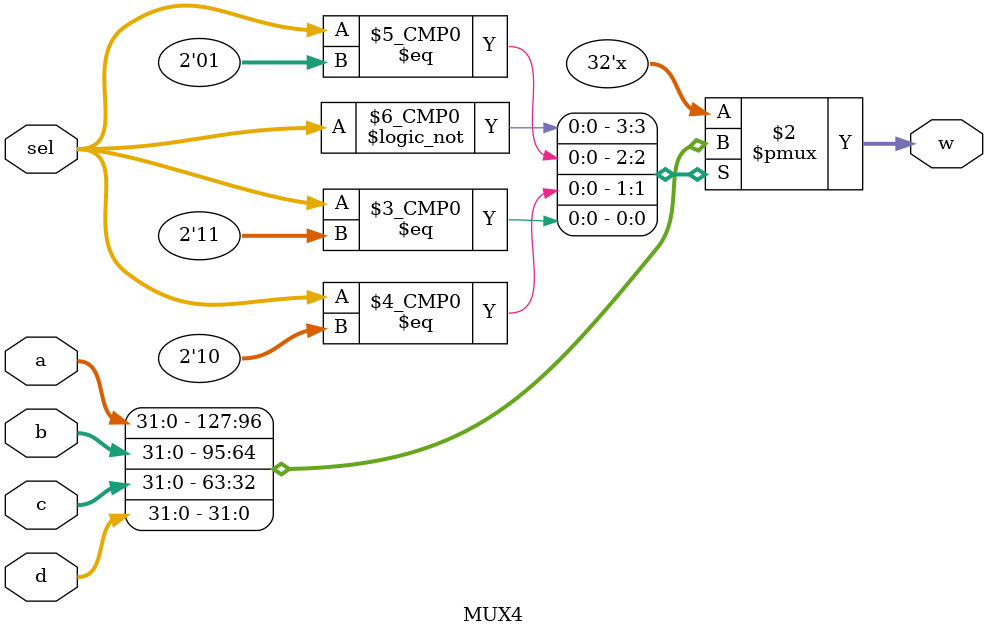
<source format=sv>
`timescale 1ns/1ns
module MUX2(input [31:0] a, b, input sel, output [31:0] w);
    assign w = sel ? b : a;  
endmodule

`timescale 1ns/1ns
module MUX3_5(input [4:0] a, b, c, input [1:0] sel, output reg [4:0] w);
    parameter [1:0] A = 2'b00;
    parameter [1:0] B = 2'b01;
    parameter [1:0] C = 2'b10;

    always @(sel,a,b,c) begin
        case(sel)
            A : w = a;
            B : w = b;
            C : w = c;
        endcase
    end
endmodule

`timescale 1ns/1ns
module MUX3_32(input [31:0] a, b, c, input [1:0] sel, output reg [31:0] w);
    parameter [1:0] A = 2'b00;
    parameter [1:0] B = 2'b01;
    parameter [1:0] C = 2'b10;

    always @(sel,a,b,c) begin
        case(sel)
            A : w = a;
            B : w = b;
            C : w = c;
        endcase
    end
endmodule

`timescale 1ns/1ns
module MUX4(input [31:0] a, b, c, d, input [1:0] sel, output reg [31:0] w);
    parameter [1:0] A = 2'b00;
    parameter [1:0] B = 2'b01;
    parameter [1:0] C = 2'b10;
    parameter [1:0] D = 2'b11;
    
    always @(sel,a,b,c,d) begin
        case(sel)
            A : w = a;
            B : w = b;
            C : w = c;
            D : w = d;
        endcase
    end
endmodule
</source>
